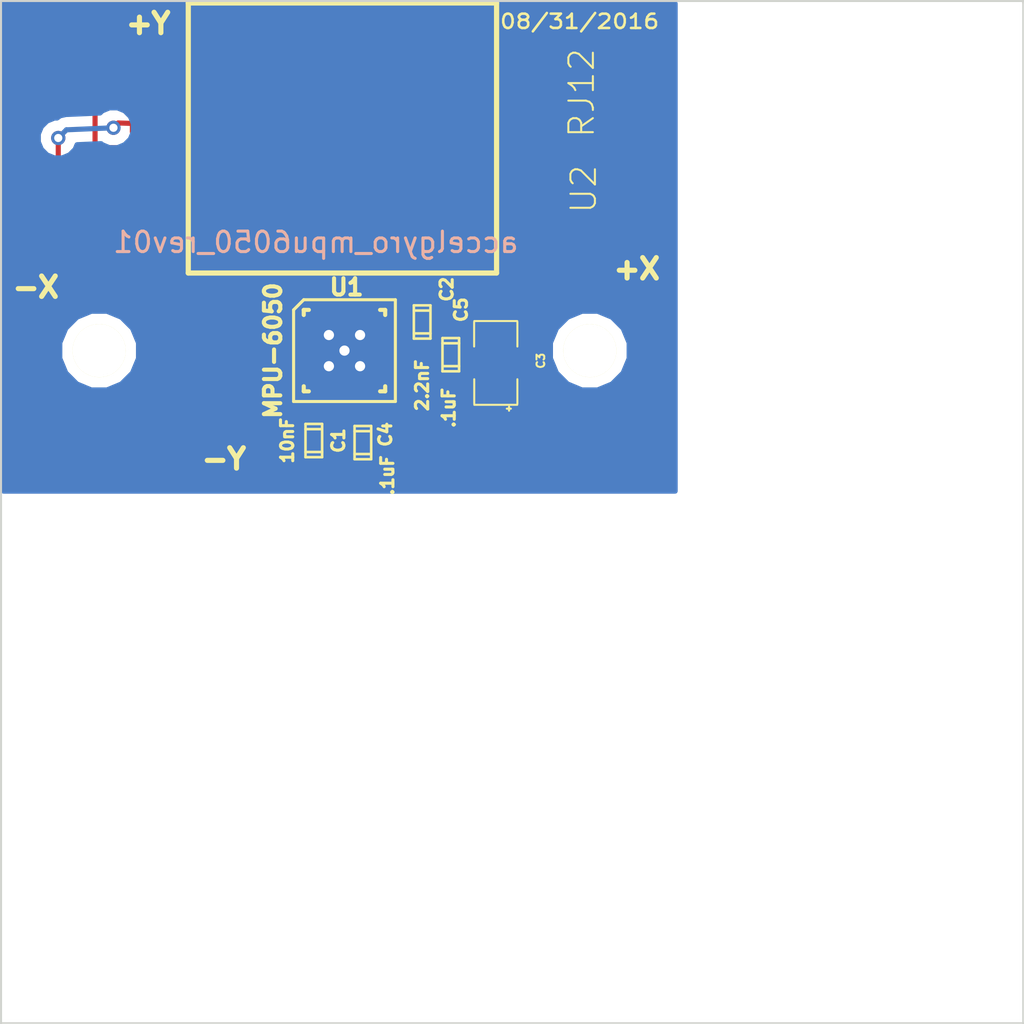
<source format=kicad_pcb>
(kicad_pcb (version 4) (host pcbnew 4.0.3+e1-6302~38~ubuntu14.04.1-stable)

  (general
    (links 26)
    (no_connects 0)
    (area 135.149999 91.817999 185.250001 141.950001)
    (thickness 1.6)
    (drawings 11)
    (tracks 80)
    (zones 0)
    (modules 9)
    (nets 8)
  )

  (page A)
  (layers
    (0 F.Cu signal)
    (31 B.Cu signal)
    (32 B.Adhes user)
    (33 F.Adhes user)
    (34 B.Paste user)
    (35 F.Paste user)
    (36 B.SilkS user)
    (37 F.SilkS user)
    (38 B.Mask user)
    (39 F.Mask user)
    (40 Dwgs.User user)
    (41 Cmts.User user)
    (42 Eco1.User user)
    (43 Eco2.User user)
    (44 Edge.Cuts user)
  )

  (setup
    (last_trace_width 0.5)
    (user_trace_width 0.1)
    (user_trace_width 0.15)
    (user_trace_width 0.2)
    (user_trace_width 0.25)
    (user_trace_width 0.3)
    (user_trace_width 0.35)
    (user_trace_width 0.4)
    (user_trace_width 0.5)
    (user_trace_width 0.6)
    (user_trace_width 0.7)
    (user_trace_width 0.8)
    (user_trace_width 1)
    (trace_clearance 0.05)
    (zone_clearance 0.5)
    (zone_45_only no)
    (trace_min 0.1)
    (segment_width 0.2)
    (edge_width 0.1)
    (via_size 0.7)
    (via_drill 0.4)
    (via_min_size 0.7)
    (via_min_drill 0.4)
    (uvia_size 0.4)
    (uvia_drill 0.127)
    (uvias_allowed no)
    (uvia_min_size 0.4)
    (uvia_min_drill 0.127)
    (pcb_text_width 0.3)
    (pcb_text_size 1.5 1.5)
    (mod_edge_width 0.15)
    (mod_text_size 1 1)
    (mod_text_width 0.15)
    (pad_size 2.60096 1.6002)
    (pad_drill 0)
    (pad_to_mask_clearance 0)
    (aux_axis_origin 0 0)
    (visible_elements 7FFFFFFF)
    (pcbplotparams
      (layerselection 0x00030_80000001)
      (usegerberextensions true)
      (excludeedgelayer true)
      (linewidth 0.150000)
      (plotframeref false)
      (viasonmask false)
      (mode 1)
      (useauxorigin false)
      (hpglpennumber 1)
      (hpglpenspeed 20)
      (hpglpendiameter 15)
      (hpglpenoverlay 2)
      (psnegative false)
      (psa4output false)
      (plotreference true)
      (plotvalue true)
      (plotinvisibletext false)
      (padsonsilk false)
      (subtractmaskfromsilk false)
      (outputformat 1)
      (mirror false)
      (drillshape 0)
      (scaleselection 1)
      (outputdirectory ""))
  )

  (net 0 "")
  (net 1 GND)
  (net 2 SCL)
  (net 3 SDA)
  (net 4 Vdd)
  (net 5 "Net-(C2-Pad1)")
  (net 6 "Net-(C4-Pad1)")
  (net 7 INT)

  (net_class Default "This is the default net class."
    (clearance 0.05)
    (trace_width 0.5)
    (via_dia 0.7)
    (via_drill 0.4)
    (uvia_dia 0.4)
    (uvia_drill 0.127)
    (add_net GND)
    (add_net INT)
    (add_net "Net-(C2-Pad1)")
    (add_net "Net-(C4-Pad1)")
    (add_net SCL)
    (add_net SDA)
    (add_net Vdd)
  )

  (module ted_connectors:TED_RJ12_855135002 (layer F.Cu) (tedit 57C7A1FE) (tstamp 539CC027)
    (at 151.9 98.6 270)
    (path /539B7C14)
    (fp_text reference U2 (at 2.5 -11.8 270) (layer F.SilkS)
      (effects (font (size 1.2 1.2) (thickness 0.09906)))
    )
    (fp_text value RJ12 (at -2.2 -11.7 270) (layer F.SilkS)
      (effects (font (size 1.2 1.2) (thickness 0.09906)))
    )
    (fp_line (start -6.605 -7.54) (end 6.605 -7.54) (layer F.SilkS) (width 0.254))
    (fp_line (start 6.605 -7.54) (end 6.605 7.54) (layer F.SilkS) (width 0.254))
    (fp_line (start 6.605 7.54) (end -6.605 7.54) (layer F.SilkS) (width 0.254))
    (fp_line (start -6.605 7.54) (end -6.605 -7.54) (layer F.SilkS) (width 0.254))
    (pad 6 smd rect (at -3.175 7.9 270) (size 0.76 5) (layers F.Cu F.Paste F.Mask)
      (net 4 Vdd) (clearance 0.2))
    (pad 4 smd rect (at -0.635 7.9 270) (size 0.76 5) (layers F.Cu F.Paste F.Mask)
      (net 7 INT) (clearance 0.2))
    (pad 2 smd rect (at 1.905 7.9 270) (size 0.76 5) (layers F.Cu F.Paste F.Mask)
      (net 3 SDA) (clearance 0.2))
    (pad 3 smd rect (at 0.635 7.9 270) (size 0.76 5) (layers F.Cu F.Paste F.Mask)
      (net 2 SCL) (clearance 0.2))
    (pad 1 smd rect (at 3.175 7.9 270) (size 0.76 5) (layers F.Cu F.Paste F.Mask)
      (net 1 GND) (clearance 0.2))
    (pad 5 smd rect (at -1.905 7.9 270) (size 0.76 5) (layers F.Cu F.Paste F.Mask)
      (clearance 0.2))
    (pad PAD smd rect (at 0 -8.15 270) (size 8.8 4.5) (layers F.Cu F.Paste F.Mask))
  )

  (module ted_holes:TED_Hole_2_6mm (layer F.Cu) (tedit 0) (tstamp 539CCC63)
    (at 140 109)
    (path /5365C78C)
    (fp_text reference H1 (at -0.05 -2.425) (layer F.SilkS) hide
      (effects (font (size 1 1) (thickness 0.15)))
    )
    (fp_text value HOLE (at 0.25 2.6) (layer F.SilkS) hide
      (effects (font (size 1 1) (thickness 0.15)))
    )
    (pad "" np_thru_hole circle (at 0 0) (size 2.6 2.6) (drill 2.6) (layers *.Cu *.Mask F.SilkS))
  )

  (module ted_holes:TED_Hole_2_6mm (layer F.Cu) (tedit 0) (tstamp 539CBF88)
    (at 164 109)
    (path /539CBE67)
    (fp_text reference H2 (at -0.05 -2.425) (layer F.SilkS) hide
      (effects (font (size 1 1) (thickness 0.15)))
    )
    (fp_text value HOLE (at 0.25 2.6) (layer F.SilkS) hide
      (effects (font (size 1 1) (thickness 0.15)))
    )
    (pad "" np_thru_hole circle (at 0 0) (size 2.6 2.6) (drill 2.6) (layers *.Cu *.Mask F.SilkS))
  )

  (module ted_capacitors:TED_SM0603_C (layer F.Cu) (tedit 5411E2B4) (tstamp 566C9EAA)
    (at 150.5 113.4 270)
    (descr "SMT capacitor, 0603")
    (path /52959381)
    (fp_text reference C1 (at 0 -1.2 270) (layer F.SilkS)
      (effects (font (size 0.6 0.6) (thickness 0.15)))
    )
    (fp_text value 10nF (at 0 1.3 270) (layer F.SilkS)
      (effects (font (size 0.6 0.6) (thickness 0.15)))
    )
    (fp_line (start 0.5588 0.4064) (end 0.5588 -0.4064) (layer F.SilkS) (width 0.127))
    (fp_line (start -0.5588 -0.381) (end -0.5588 0.4064) (layer F.SilkS) (width 0.127))
    (fp_line (start -0.8128 -0.4064) (end 0.8128 -0.4064) (layer F.SilkS) (width 0.127))
    (fp_line (start 0.8128 -0.4064) (end 0.8128 0.4064) (layer F.SilkS) (width 0.127))
    (fp_line (start 0.8128 0.4064) (end -0.8128 0.4064) (layer F.SilkS) (width 0.127))
    (fp_line (start -0.8128 0.4064) (end -0.8128 -0.4064) (layer F.SilkS) (width 0.127))
    (pad 2 smd rect (at 0.75184 0 270) (size 0.89916 1.00076) (layers F.Cu F.Paste F.Mask)
      (net 1 GND) (clearance 0.1))
    (pad 1 smd rect (at -0.75184 0 270) (size 0.89916 1.00076) (layers F.Cu F.Paste F.Mask)
      (net 4 Vdd) (clearance 0.1))
    (model smd/capacitors/c_0603.wrl
      (at (xyz 0 0 0))
      (scale (xyz 1 1 1))
      (rotate (xyz 0 0 0))
    )
  )

  (module ted_capacitors:TED_SM0603_C (layer F.Cu) (tedit 57C79D3F) (tstamp 566C9EB5)
    (at 155.8 107.6 270)
    (descr "SMT capacitor, 0603")
    (path /57C66146)
    (fp_text reference C2 (at -1.6 -1.2 270) (layer F.SilkS)
      (effects (font (size 0.6 0.6) (thickness 0.15)))
    )
    (fp_text value 2.2nF (at 3.1 0 270) (layer F.SilkS)
      (effects (font (size 0.6 0.6) (thickness 0.15)))
    )
    (fp_line (start 0.5588 0.4064) (end 0.5588 -0.4064) (layer F.SilkS) (width 0.127))
    (fp_line (start -0.5588 -0.381) (end -0.5588 0.4064) (layer F.SilkS) (width 0.127))
    (fp_line (start -0.8128 -0.4064) (end 0.8128 -0.4064) (layer F.SilkS) (width 0.127))
    (fp_line (start 0.8128 -0.4064) (end 0.8128 0.4064) (layer F.SilkS) (width 0.127))
    (fp_line (start 0.8128 0.4064) (end -0.8128 0.4064) (layer F.SilkS) (width 0.127))
    (fp_line (start -0.8128 0.4064) (end -0.8128 -0.4064) (layer F.SilkS) (width 0.127))
    (pad 2 smd rect (at 0.75184 0 270) (size 0.89916 1.00076) (layers F.Cu F.Paste F.Mask)
      (net 1 GND) (clearance 0.1))
    (pad 1 smd rect (at -0.75184 0 270) (size 0.89916 1.00076) (layers F.Cu F.Paste F.Mask)
      (net 5 "Net-(C2-Pad1)") (clearance 0.1))
    (model smd/capacitors/c_0603.wrl
      (at (xyz 0 0 0))
      (scale (xyz 1 1 1))
      (rotate (xyz 0 0 0))
    )
  )

  (module ted_capacitors:TED_SM0603_C (layer F.Cu) (tedit 57C79D75) (tstamp 566C9EC0)
    (at 152.9 113.5 270)
    (descr "SMT capacitor, 0603")
    (path /52A5541B)
    (fp_text reference C4 (at -0.4 -1.1 270) (layer F.SilkS)
      (effects (font (size 0.6 0.6) (thickness 0.15)))
    )
    (fp_text value .1uF (at 1.6 -1.2 270) (layer F.SilkS)
      (effects (font (size 0.6 0.6) (thickness 0.15)))
    )
    (fp_line (start 0.5588 0.4064) (end 0.5588 -0.4064) (layer F.SilkS) (width 0.127))
    (fp_line (start -0.5588 -0.381) (end -0.5588 0.4064) (layer F.SilkS) (width 0.127))
    (fp_line (start -0.8128 -0.4064) (end 0.8128 -0.4064) (layer F.SilkS) (width 0.127))
    (fp_line (start 0.8128 -0.4064) (end 0.8128 0.4064) (layer F.SilkS) (width 0.127))
    (fp_line (start 0.8128 0.4064) (end -0.8128 0.4064) (layer F.SilkS) (width 0.127))
    (fp_line (start -0.8128 0.4064) (end -0.8128 -0.4064) (layer F.SilkS) (width 0.127))
    (pad 2 smd rect (at 0.75184 0 270) (size 0.89916 1.00076) (layers F.Cu F.Paste F.Mask)
      (net 1 GND) (clearance 0.1))
    (pad 1 smd rect (at -0.75184 0 270) (size 0.89916 1.00076) (layers F.Cu F.Paste F.Mask)
      (net 6 "Net-(C4-Pad1)") (clearance 0.1))
    (model smd/capacitors/c_0603.wrl
      (at (xyz 0 0 0))
      (scale (xyz 1 1 1))
      (rotate (xyz 0 0 0))
    )
  )

  (module ted_capacitors:TED_SM3216_1206_ELEC_C (layer F.Cu) (tedit 57C79D2F) (tstamp 57C79B57)
    (at 159.4 109.6 90)
    (path /54A72EF7)
    (attr smd)
    (fp_text reference C3 (at 0.1 2.2 90) (layer F.SilkS)
      (effects (font (size 0.381 0.381) (thickness 0.09398)))
    )
    (fp_text value 4.7uF (at 0 1.6 90) (layer F.SilkS) hide
      (effects (font (size 0.381 0.381) (thickness 0.09398)))
    )
    (fp_line (start -2.34 0.65) (end -2.14 0.65) (layer F.SilkS) (width 0.1))
    (fp_line (start -2.24 0.54) (end -2.24 0.74) (layer F.SilkS) (width 0.1))
    (fp_line (start -0.8 1.05756) (end -2 1.05756) (layer F.SilkS) (width 0.09906))
    (fp_line (start -2.05184 1.05) (end -2.05184 -1.05) (layer F.SilkS) (width 0.09906))
    (fp_line (start -2 -1.05296) (end -0.8 -1.05296) (layer F.SilkS) (width 0.09906))
    (fp_line (start 0.8 -1.05804) (end 2 -1.05804) (layer F.SilkS) (width 0.09906))
    (fp_line (start 2.04676 -1.05) (end 2.04676 1.05) (layer F.SilkS) (width 0.09906))
    (fp_line (start 2 1.05788) (end 0.8 1.05788) (layer F.SilkS) (width 0.09906))
    (pad 1 smd rect (at -1.375 0 90) (size 1.25 2) (layers F.Cu F.Paste F.Mask)
      (net 4 Vdd))
    (pad 2 smd rect (at 1.375 0 90) (size 1.25 2) (layers F.Cu F.Paste F.Mask)
      (net 1 GND))
    (model smd/chip_cms.wrl
      (at (xyz 0 0 0))
      (scale (xyz 0.1 0.1 0.1))
      (rotate (xyz 0 0 0))
    )
  )

  (module ted_capacitors:TED_SM0603_C (layer F.Cu) (tedit 57C79D43) (tstamp 57C79B6F)
    (at 157.2 109.2 90)
    (descr "SMT capacitor, 0603")
    (path /57C65F54)
    (fp_text reference C5 (at 2.2 0.5 90) (layer F.SilkS)
      (effects (font (size 0.6 0.6) (thickness 0.15)))
    )
    (fp_text value .1uF (at -2.6 -0.1 90) (layer F.SilkS)
      (effects (font (size 0.6 0.6) (thickness 0.15)))
    )
    (fp_line (start 0.5588 0.4064) (end 0.5588 -0.4064) (layer F.SilkS) (width 0.127))
    (fp_line (start -0.5588 -0.381) (end -0.5588 0.4064) (layer F.SilkS) (width 0.127))
    (fp_line (start -0.8128 -0.4064) (end 0.8128 -0.4064) (layer F.SilkS) (width 0.127))
    (fp_line (start 0.8128 -0.4064) (end 0.8128 0.4064) (layer F.SilkS) (width 0.127))
    (fp_line (start 0.8128 0.4064) (end -0.8128 0.4064) (layer F.SilkS) (width 0.127))
    (fp_line (start -0.8128 0.4064) (end -0.8128 -0.4064) (layer F.SilkS) (width 0.127))
    (pad 2 smd rect (at 0.75184 0 90) (size 0.89916 1.00076) (layers F.Cu F.Paste F.Mask)
      (net 1 GND) (clearance 0.1))
    (pad 1 smd rect (at -0.75184 0 90) (size 0.89916 1.00076) (layers F.Cu F.Paste F.Mask)
      (net 4 Vdd) (clearance 0.1))
    (model smd/capacitors/c_0603.wrl
      (at (xyz 0 0 0))
      (scale (xyz 1 1 1))
      (rotate (xyz 0 0 0))
    )
  )

  (module ted_ICs:TED_QFN24+1_NO_PASTE (layer F.Cu) (tedit 57C79D6F) (tstamp 57C79B70)
    (at 152 109)
    (path /57C65137)
    (fp_text reference U1 (at 0.1 -3.1) (layer F.SilkS)
      (effects (font (size 0.8 0.8) (thickness 0.2)))
    )
    (fp_text value MPU-6050 (at -3.5 0 90) (layer F.SilkS)
      (effects (font (size 0.8 0.8) (thickness 0.2)))
    )
    (fp_line (start -1.99136 -2.4892) (end 2.4892 -2.4892) (layer F.SilkS) (width 0.14986))
    (fp_line (start -2.4892 -1.99136) (end -2.4892 2.4892) (layer F.SilkS) (width 0.14986))
    (fp_line (start -2.4892 -1.99136) (end -1.99136 -2.4892) (layer F.SilkS) (width 0.14986))
    (fp_line (start -1.99136 -1.74244) (end -1.99136 -1.99136) (layer F.SilkS) (width 0.20066))
    (fp_line (start -1.99136 -1.99136) (end -1.74244 -1.99136) (layer F.SilkS) (width 0.20066))
    (fp_line (start -1.74244 1.99136) (end -1.99136 1.99136) (layer F.SilkS) (width 0.20066))
    (fp_line (start -1.99136 1.99136) (end -1.99136 1.74244) (layer F.SilkS) (width 0.20066))
    (fp_line (start 1.99136 1.74244) (end 1.99136 1.99136) (layer F.SilkS) (width 0.20066))
    (fp_line (start 1.99136 1.99136) (end 1.74244 1.99136) (layer F.SilkS) (width 0.20066))
    (fp_line (start 1.74244 -1.99136) (end 1.99136 -1.99136) (layer F.SilkS) (width 0.20066))
    (fp_line (start 1.99136 -1.99136) (end 1.99136 -1.74244) (layer F.SilkS) (width 0.20066))
    (fp_line (start 2.4892 2.4892) (end -2.4892 2.4892) (layer F.SilkS) (width 0.14986))
    (fp_line (start 2.4892 -2.4892) (end 2.4892 2.4892) (layer F.SilkS) (width 0.14986))
    (pad 25 smd rect (at 0 0 270) (size 2.49936 2.49936) (layers F.Cu F.Mask)
      (net 1 GND) (zone_connect 2))
    (pad 1 smd oval (at -1.99898 -1.24968) (size 0.8001 0.24892) (layers F.Cu F.Paste F.Mask)
      (net 1 GND))
    (pad 2 smd oval (at -1.99898 -0.7493) (size 0.8001 0.24892) (layers F.Cu F.Paste F.Mask))
    (pad 3 smd oval (at -1.99898 -0.24892) (size 0.8001 0.24892) (layers F.Cu F.Paste F.Mask))
    (pad 4 smd oval (at -1.99898 0.24892) (size 0.8001 0.24892) (layers F.Cu F.Paste F.Mask))
    (pad 5 smd oval (at -1.99898 0.7493) (size 0.8001 0.24892) (layers F.Cu F.Paste F.Mask))
    (pad 6 smd oval (at -1.99898 1.24968) (size 0.8001 0.24892) (layers F.Cu F.Paste F.Mask))
    (pad 7 smd oval (at -1.24968 1.99898 90) (size 0.8001 0.24892) (layers F.Cu F.Paste F.Mask))
    (pad 8 smd oval (at -0.7493 1.99898 90) (size 0.8001 0.24892) (layers F.Cu F.Paste F.Mask)
      (net 4 Vdd))
    (pad 9 smd oval (at -0.24892 1.99898 90) (size 0.8001 0.24892) (layers F.Cu F.Paste F.Mask)
      (net 1 GND))
    (pad 10 smd oval (at 0.24892 1.99898 90) (size 0.8001 0.24892) (layers F.Cu F.Paste F.Mask)
      (net 6 "Net-(C4-Pad1)"))
    (pad 11 smd oval (at 0.7493 1.99898 90) (size 0.8001 0.24892) (layers F.Cu F.Paste F.Mask)
      (net 1 GND))
    (pad 12 smd oval (at 1.24968 1.99898 90) (size 0.8001 0.24892) (layers F.Cu F.Paste F.Mask)
      (net 7 INT))
    (pad 13 smd oval (at 1.99898 1.24968 180) (size 0.8001 0.24892) (layers F.Cu F.Paste F.Mask)
      (net 4 Vdd))
    (pad 14 smd oval (at 1.99898 0.7493 180) (size 0.8001 0.24892) (layers F.Cu F.Paste F.Mask))
    (pad 15 smd oval (at 1.99898 0.24892 180) (size 0.8001 0.24892) (layers F.Cu F.Paste F.Mask))
    (pad 16 smd oval (at 1.99898 -0.24892 180) (size 0.8001 0.24892) (layers F.Cu F.Paste F.Mask))
    (pad 17 smd oval (at 1.99898 -0.7493 180) (size 0.8001 0.24892) (layers F.Cu F.Paste F.Mask))
    (pad 18 smd oval (at 1.99898 -1.24968 180) (size 0.8001 0.24892) (layers F.Cu F.Paste F.Mask)
      (net 1 GND))
    (pad 19 smd oval (at 1.24968 -1.99898 270) (size 0.8001 0.24892) (layers F.Cu F.Paste F.Mask))
    (pad 20 smd oval (at 0.7493 -1.99898 270) (size 0.8001 0.24892) (layers F.Cu F.Paste F.Mask)
      (net 5 "Net-(C2-Pad1)"))
    (pad 21 smd oval (at 0.24892 -1.99898 270) (size 0.8001 0.24892) (layers F.Cu F.Paste F.Mask))
    (pad 22 smd oval (at -0.24892 -1.99898 270) (size 0.8001 0.24892) (layers F.Cu F.Paste F.Mask))
    (pad 23 smd oval (at -0.7493 -1.99898 270) (size 0.8001 0.24892) (layers F.Cu F.Paste F.Mask)
      (net 2 SCL))
    (pad 24 smd oval (at -1.24968 -1.99898 270) (size 0.8001 0.24892) (layers F.Cu F.Paste F.Mask)
      (net 3 SDA))
    (pad 25 thru_hole circle (at 0 0 270) (size 0.6 0.6) (drill 0.5) (layers *.Cu)
      (net 1 GND) (zone_connect 2))
    (pad 25 thru_hole circle (at 0.762 -0.762 270) (size 0.6 0.6) (drill 0.5) (layers *.Cu)
      (net 1 GND) (zone_connect 2))
    (pad 25 thru_hole circle (at -0.762 -0.762 270) (size 0.6 0.6) (drill 0.5) (layers *.Cu)
      (net 1 GND) (zone_connect 2))
    (pad 25 thru_hole circle (at 0.762 0.762 270) (size 0.6 0.6) (drill 0.5) (layers *.Cu)
      (net 1 GND) (zone_connect 2))
    (pad 25 thru_hole circle (at -0.762 0.762 270) (size 0.6 0.6) (drill 0.5) (layers *.Cu)
      (net 1 GND) (zone_connect 2))
    (pad 25 smd rect (at 0 0 270) (size 2.49936 2.49936) (layers B.Cu B.Mask)
      (net 1 GND) (zone_connect 2))
    (model smd/qfn24.wrl
      (at (xyz 0 0 0))
      (scale (xyz 1 1 1))
      (rotate (xyz 0 0 0))
    )
  )

  (gr_line (start 135.2 141.9) (end 185.2 141.9) (angle 90) (layer Edge.Cuts) (width 0.1))
  (gr_line (start 185.2 91.9) (end 185.2 141.9) (angle 90) (layer Edge.Cuts) (width 0.1))
  (gr_line (start 185.2 91.9) (end 185.2 92) (angle 90) (layer Edge.Cuts) (width 0.1))
  (gr_line (start 135.2 91.9) (end 185.2 91.9) (angle 90) (layer Edge.Cuts) (width 0.1))
  (gr_line (start 135.2 91.9) (end 135.2 141.9) (angle 90) (layer Edge.Cuts) (width 0.1))
  (gr_text 08/31/2016 (at 163.5 92.9) (layer F.SilkS)
    (effects (font (size 0.7 0.8) (thickness 0.125)))
  )
  (gr_text -X (at 136.9 105.9) (layer F.SilkS)
    (effects (font (size 1 1) (thickness 0.25)))
  )
  (gr_text -Y (at 146.1 114.3) (layer F.SilkS)
    (effects (font (size 1 1) (thickness 0.25)))
  )
  (gr_text +X (at 166.3 105) (layer F.SilkS)
    (effects (font (size 1 1) (thickness 0.25)))
  )
  (gr_text +Y (at 142.4 93) (layer F.SilkS)
    (effects (font (size 1 1) (thickness 0.25)))
  )
  (gr_text accelgyro_mpu6050_rev01 (at 150.6 103.7) (layer B.SilkS)
    (effects (font (size 1 1) (thickness 0.15)) (justify mirror))
  )

  (segment (start 150.00102 107.75032) (end 148.85032 107.75032) (width 0.25) (layer F.Cu) (net 1))
  (segment (start 144 102.9) (end 144 101.775) (width 0.25) (layer F.Cu) (net 1) (tstamp 57C7A2CD))
  (segment (start 148.85032 107.75032) (end 144 102.9) (width 0.25) (layer F.Cu) (net 1) (tstamp 57C7A2CB))
  (segment (start 152.9 114.25184) (end 151.64816 114.25184) (width 0.25) (layer F.Cu) (net 1))
  (segment (start 151.3 114.2) (end 150.5 114.15184) (width 0.25) (layer F.Cu) (net 1) (tstamp 57C7A2AA) (status 20))
  (segment (start 151.64816 114.25184) (end 151.3 114.2) (width 0.25) (layer F.Cu) (net 1) (tstamp 57C7A2A9))
  (segment (start 152.9 114.25184) (end 153.34816 114.25184) (width 0.25) (layer F.Cu) (net 1))
  (segment (start 153.34816 114.25184) (end 153.8 113.8) (width 0.25) (layer F.Cu) (net 1) (tstamp 57C7A285))
  (segment (start 152.7493 111.5493) (end 152.7493 110.99898) (width 0.25) (layer F.Cu) (net 1) (tstamp 57C7A28A))
  (segment (start 153 111.8) (end 152.7493 111.5493) (width 0.25) (layer F.Cu) (net 1) (tstamp 57C7A289))
  (segment (start 153.4 111.8) (end 153 111.8) (width 0.25) (layer F.Cu) (net 1) (tstamp 57C7A288))
  (segment (start 153.8 112.2) (end 153.4 111.8) (width 0.25) (layer F.Cu) (net 1) (tstamp 57C7A287))
  (segment (start 153.8 113.8) (end 153.8 112.2) (width 0.25) (layer F.Cu) (net 1) (tstamp 57C7A286))
  (segment (start 152.7493 110.99898) (end 152.7493 109.7493) (width 0.25) (layer F.Cu) (net 1))
  (segment (start 152.7493 109.7493) (end 152 109) (width 0.25) (layer F.Cu) (net 1) (tstamp 57C7A220))
  (segment (start 151.75108 110.99898) (end 151.75108 109.24892) (width 0.25) (layer F.Cu) (net 1))
  (segment (start 151.75108 109.24892) (end 152 109) (width 0.25) (layer F.Cu) (net 1) (tstamp 57C7A20A))
  (segment (start 157.2 108.44816) (end 159.17684 108.44816) (width 0.25) (layer F.Cu) (net 1))
  (segment (start 159.17684 108.44816) (end 159.4 108.225) (width 0.25) (layer F.Cu) (net 1) (tstamp 57C7A090))
  (segment (start 155.8 108.35184) (end 157.10368 108.35184) (width 0.25) (layer F.Cu) (net 1))
  (segment (start 157.10368 108.35184) (end 157.2 108.44816) (width 0.25) (layer F.Cu) (net 1) (tstamp 57C7A08D))
  (segment (start 153.99898 107.75032) (end 154.45032 107.75032) (width 0.25) (layer F.Cu) (net 1))
  (segment (start 155.05184 108.35184) (end 155.8 108.35184) (width 0.25) (layer F.Cu) (net 1) (tstamp 57C7A08A))
  (segment (start 154.45032 107.75032) (end 155.05184 108.35184) (width 0.25) (layer F.Cu) (net 1) (tstamp 57C7A089))
  (segment (start 153.99898 107.75032) (end 153.24968 107.75032) (width 0.25) (layer F.Cu) (net 1))
  (segment (start 153.24968 107.75032) (end 152 109) (width 0.25) (layer F.Cu) (net 1) (tstamp 57C7A086))
  (segment (start 150.00102 107.75032) (end 150.75032 107.75032) (width 0.25) (layer F.Cu) (net 1))
  (segment (start 150.75032 107.75032) (end 152 109) (width 0.25) (layer F.Cu) (net 1) (tstamp 57C7A083))
  (segment (start 144 101.775) (end 142.025 101.775) (width 0.25) (layer F.Cu) (net 1))
  (segment (start 142.025 101.775) (end 141.9 101.9) (width 0.25) (layer F.Cu) (net 1) (tstamp 57C79CA3))
  (segment (start 144 99.235) (end 146.535 99.235) (width 0.25) (layer F.Cu) (net 2))
  (segment (start 151.2507 103.9507) (end 151.2507 107.00102) (width 0.25) (layer F.Cu) (net 2) (tstamp 57C7A256))
  (segment (start 146.535 99.235) (end 151.2507 103.9507) (width 0.25) (layer F.Cu) (net 2) (tstamp 57C7A254))
  (segment (start 144 100.505) (end 146.705 100.505) (width 0.25) (layer F.Cu) (net 3))
  (segment (start 150.75032 104.55032) (end 150.75032 107.00102) (width 0.25) (layer F.Cu) (net 3) (tstamp 57C7A250))
  (segment (start 146.705 100.505) (end 150.75032 104.55032) (width 0.25) (layer F.Cu) (net 3) (tstamp 57C7A24E))
  (segment (start 159.4 110.975) (end 160.025 110.975) (width 0.25) (layer F.Cu) (net 4))
  (segment (start 160.025 110.975) (end 161 110) (width 0.25) (layer F.Cu) (net 4) (tstamp 57C7A30E))
  (segment (start 148.225 95.425) (end 144 95.425) (width 0.25) (layer F.Cu) (net 4) (tstamp 57C7A316))
  (segment (start 157.7 104.9) (end 148.225 95.425) (width 0.25) (layer F.Cu) (net 4) (tstamp 57C7A314))
  (segment (start 158.8 104.9) (end 157.7 104.9) (width 0.25) (layer F.Cu) (net 4) (tstamp 57C7A312))
  (segment (start 161 107.1) (end 158.8 104.9) (width 0.25) (layer F.Cu) (net 4) (tstamp 57C7A310))
  (segment (start 161 110) (end 161 107.1) (width 0.25) (layer F.Cu) (net 4) (tstamp 57C7A30F))
  (segment (start 159.4 110.975) (end 160.125 110.975) (width 0.25) (layer F.Cu) (net 4))
  (segment (start 159.4 110.975) (end 159.925 110.975) (width 0.25) (layer F.Cu) (net 4))
  (segment (start 144.175 95.6) (end 144 95.425) (width 0.25) (layer F.Cu) (net 4) (tstamp 57C7A2E0))
  (segment (start 150.5 112.64816) (end 149.54816 113.14816) (width 0.25) (layer F.Cu) (net 4) (status 10))
  (segment (start 140.775 95.425) (end 144 95.425) (width 0.25) (layer F.Cu) (net 4) (tstamp 57C7A2C8))
  (segment (start 139.8 96.4) (end 140.775 95.425) (width 0.25) (layer F.Cu) (net 4) (tstamp 57C7A2C7))
  (segment (start 139.8 103.4) (end 139.8 96.4) (width 0.25) (layer F.Cu) (net 4) (tstamp 57C7A2C5))
  (segment (start 149.54816 113.14816) (end 139.8 103.4) (width 0.25) (layer F.Cu) (net 4) (tstamp 57C7A2C4))
  (segment (start 159.4 110.975) (end 159.025 110.975) (width 0.25) (layer F.Cu) (net 4))
  (segment (start 157.2 109.95184) (end 157.2 110.6) (width 0.25) (layer F.Cu) (net 4))
  (segment (start 157.575 110.975) (end 159.4 110.975) (width 0.25) (layer F.Cu) (net 4) (tstamp 57C7A228))
  (segment (start 157.2 110.6) (end 157.575 110.975) (width 0.25) (layer F.Cu) (net 4) (tstamp 57C7A227))
  (segment (start 153.99898 110.24968) (end 156.90216 110.24968) (width 0.25) (layer F.Cu) (net 4))
  (segment (start 156.90216 110.24968) (end 157.2 109.95184) (width 0.25) (layer F.Cu) (net 4) (tstamp 57C7A224))
  (segment (start 151.2507 110.99898) (end 151.2507 111.7) (width 0.25) (layer F.Cu) (net 4))
  (segment (start 151.2507 111.7) (end 150.4507 112.59886) (width 0.25) (layer F.Cu) (net 4) (tstamp 57C79CB1) (status 20))
  (segment (start 150.4507 112.59886) (end 150.5 112.64816) (width 0.25) (layer F.Cu) (net 4) (tstamp 57C79CAA) (status 30))
  (segment (start 152.7493 107.00102) (end 152.7493 106.1507) (width 0.25) (layer F.Cu) (net 5))
  (segment (start 155.1 105.8) (end 155.8 106.5) (width 0.25) (layer F.Cu) (net 5) (tstamp 57C7A242))
  (segment (start 153.1 105.8) (end 155.1 105.8) (width 0.25) (layer F.Cu) (net 5) (tstamp 57C7A241))
  (segment (start 152.7493 106.1507) (end 153.1 105.8) (width 0.25) (layer F.Cu) (net 5) (tstamp 57C7A240))
  (segment (start 155.8 106.5) (end 155.8 106.84816) (width 0.25) (layer F.Cu) (net 5) (tstamp 57C7A243))
  (segment (start 152.24892 110.99898) (end 152.24892 112.09708) (width 0.25) (layer F.Cu) (net 6))
  (segment (start 152.24892 112.09708) (end 152.9 112.74816) (width 0.25) (layer F.Cu) (net 6) (tstamp 57C79CAD))
  (segment (start 153.24968 110.99898) (end 153.69898 110.99898) (width 0.25) (layer F.Cu) (net 7))
  (segment (start 140.935 97.865) (end 144 97.965) (width 0.25) (layer F.Cu) (net 7) (tstamp 57C7A337))
  (segment (start 140.7 98.1) (end 140.935 97.865) (width 0.25) (layer F.Cu) (net 7) (tstamp 57C7A336))
  (via (at 140.7 98.1) (size 0.7) (drill 0.4) (layers F.Cu B.Cu) (net 7))
  (segment (start 138.4 98.2) (end 140.7 98.1) (width 0.25) (layer B.Cu) (net 7) (tstamp 57C7A334))
  (segment (start 138 98.6) (end 138.4 98.2) (width 0.25) (layer B.Cu) (net 7) (tstamp 57C7A333))
  (via (at 138 98.6) (size 0.7) (drill 0.4) (layers F.Cu B.Cu) (net 7))
  (segment (start 138 103.5) (end 138 98.6) (width 0.25) (layer F.Cu) (net 7) (tstamp 57C7A330))
  (segment (start 150.2 115.3) (end 138 103.5) (width 0.25) (layer F.Cu) (net 7) (tstamp 57C7A32E))
  (segment (start 153.5 115.3) (end 150.2 115.3) (width 0.25) (layer F.Cu) (net 7) (tstamp 57C7A32C))
  (segment (start 154.8 114.2) (end 153.5 115.3) (width 0.25) (layer F.Cu) (net 7) (tstamp 57C7A32A))
  (segment (start 154.8 112.1) (end 154.8 114.2) (width 0.25) (layer F.Cu) (net 7) (tstamp 57C7A328))
  (segment (start 153.69898 110.99898) (end 154.8 112.1) (width 0.25) (layer F.Cu) (net 7) (tstamp 57C7A327))

  (zone (net 1) (net_name GND) (layer B.Cu) (tstamp 539B87D1) (hatch edge 0.508)
    (connect_pads (clearance 0.5))
    (min_thickness 0.254)
    (fill yes (arc_segments 16) (thermal_gap 0.508) (thermal_bridge_width 0.508))
    (polygon
      (pts
        (xy 135.2 91.9) (xy 168.3 91.9) (xy 168.3 116) (xy 135.2 116)
      )
    )
    (filled_polygon
      (pts
        (xy 168.173 115.873) (xy 135.327 115.873) (xy 135.327 109.381622) (xy 138.072666 109.381622) (xy 138.365416 110.090132)
        (xy 138.907017 110.632678) (xy 139.615014 110.926665) (xy 140.381622 110.927334) (xy 141.090132 110.634584) (xy 141.632678 110.092983)
        (xy 141.926665 109.384986) (xy 141.926667 109.381622) (xy 162.072666 109.381622) (xy 162.365416 110.090132) (xy 162.907017 110.632678)
        (xy 163.615014 110.926665) (xy 164.381622 110.927334) (xy 165.090132 110.634584) (xy 165.632678 110.092983) (xy 165.926665 109.384986)
        (xy 165.927334 108.618378) (xy 165.634584 107.909868) (xy 165.092983 107.367322) (xy 164.384986 107.073335) (xy 163.618378 107.072666)
        (xy 162.909868 107.365416) (xy 162.367322 107.907017) (xy 162.073335 108.615014) (xy 162.072666 109.381622) (xy 141.926667 109.381622)
        (xy 141.927334 108.618378) (xy 141.634584 107.909868) (xy 141.092983 107.367322) (xy 140.384986 107.073335) (xy 139.618378 107.072666)
        (xy 138.909868 107.365416) (xy 138.367322 107.907017) (xy 138.073335 108.615014) (xy 138.072666 109.381622) (xy 135.327 109.381622)
        (xy 135.327 98.793485) (xy 137.02283 98.793485) (xy 137.171256 99.152703) (xy 137.445851 99.427778) (xy 137.80481 99.57683)
        (xy 138.193485 99.57717) (xy 138.552703 99.428744) (xy 138.827778 99.154149) (xy 138.920825 98.930066) (xy 140.097082 98.878924)
        (xy 140.145851 98.927778) (xy 140.50481 99.07683) (xy 140.893485 99.07717) (xy 141.252703 98.928744) (xy 141.527778 98.654149)
        (xy 141.67683 98.29519) (xy 141.67717 97.906515) (xy 141.528744 97.547297) (xy 141.254149 97.272222) (xy 140.89519 97.12317)
        (xy 140.506515 97.12283) (xy 140.147297 97.271256) (xy 140.042493 97.375877) (xy 138.367335 97.44871) (xy 138.240383 97.47975)
        (xy 138.112222 97.505243) (xy 138.098429 97.514459) (xy 138.082315 97.518399) (xy 137.976913 97.595653) (xy 137.93607 97.622943)
        (xy 137.806515 97.62283) (xy 137.447297 97.771256) (xy 137.172222 98.045851) (xy 137.02317 98.40481) (xy 137.02283 98.793485)
        (xy 135.327 98.793485) (xy 135.327 92.027) (xy 168.173 92.027)
      )
    )
  )
  (zone (net 1) (net_name GND) (layer F.Cu) (tstamp 57C7A2E7) (hatch edge 0.508)
    (connect_pads (clearance 0.5))
    (min_thickness 0.254)
    (fill yes (arc_segments 16) (thermal_gap 0.508) (thermal_bridge_width 0.508))
    (polygon
      (pts
        (xy 135.2 91.9) (xy 135.2 116) (xy 168.3 116) (xy 168.3 91.9)
      )
    )
    (filled_polygon
      (pts
        (xy 151.717176 112.628824) (xy 151.760337 112.671985) (xy 151.760337 113.19774) (xy 151.804057 113.430092) (xy 151.842021 113.489089)
        (xy 151.76462 113.675951) (xy 151.76462 113.96609) (xy 151.92337 114.12484) (xy 152.773 114.12484) (xy 152.773 114.10484)
        (xy 153.027 114.10484) (xy 153.027 114.12484) (xy 153.047 114.12484) (xy 153.047 114.37884) (xy 153.027 114.37884)
        (xy 153.027 114.39884) (xy 152.773 114.39884) (xy 152.773 114.37884) (xy 151.92337 114.37884) (xy 151.76462 114.53759)
        (xy 151.76462 114.548) (xy 151.63538 114.548) (xy 151.63538 114.43759) (xy 151.47663 114.27884) (xy 150.627 114.27884)
        (xy 150.627 114.29884) (xy 150.373 114.29884) (xy 150.373 114.27884) (xy 150.353 114.27884) (xy 150.353 114.02484)
        (xy 150.373 114.02484) (xy 150.373 114.00484) (xy 150.627 114.00484) (xy 150.627 114.02484) (xy 151.47663 114.02484)
        (xy 151.63538 113.86609) (xy 151.63538 113.575951) (xy 151.558805 113.391083) (xy 151.589297 113.346457) (xy 151.639663 113.09774)
        (xy 151.639663 112.512818)
      )
    )
    (filled_polygon
      (pts
        (xy 140.860717 99.077141) (xy 140.860717 99.615) (xy 140.904437 99.847352) (xy 140.917248 99.867261) (xy 140.911083 99.876283)
        (xy 140.860717 100.125) (xy 140.860717 100.885) (xy 140.904437 101.117352) (xy 140.918582 101.139333) (xy 140.865 101.268691)
        (xy 140.865 101.48925) (xy 141.02375 101.648) (xy 143.873 101.648) (xy 143.873 101.628) (xy 144.127 101.628)
        (xy 144.127 101.648) (xy 144.147 101.648) (xy 144.147 101.902) (xy 144.127 101.902) (xy 144.127 102.63125)
        (xy 144.28575 102.79) (xy 146.62631 102.79) (xy 146.859699 102.693327) (xy 147.038327 102.514698) (xy 147.135 102.281309)
        (xy 147.135 102.06075) (xy 146.976252 101.902002) (xy 147.038514 101.902002) (xy 149.99832 104.861809) (xy 149.99832 106.99086)
        (xy 149.59843 106.99086) (xy 149.317465 107.097271) (xy 149.098608 107.303103) (xy 148.987578 107.57045) (xy 149.127952 107.68809)
        (xy 149.220713 107.68809) (xy 149.173947 107.719338) (xy 149.090937 107.84357) (xy 148.987578 107.93019) (xy 149.007879 107.979072)
        (xy 148.953849 108.2507) (xy 149.003615 108.50089) (xy 148.953849 108.75108) (xy 149.003362 109) (xy 148.953849 109.24892)
        (xy 149.003615 109.49911) (xy 148.953849 109.7493) (xy 149.003615 109.99949) (xy 148.953849 110.24968) (xy 149.01105 110.537251)
        (xy 149.173947 110.781042) (xy 149.417738 110.943939) (xy 149.705309 111.00114) (xy 149.99886 111.00114) (xy 149.99886 111.294691)
        (xy 150.051493 111.559297) (xy 149.99962 111.559297) (xy 149.767268 111.603017) (xy 149.553867 111.740337) (xy 149.411778 111.94829)
        (xy 140.552 103.088512) (xy 140.552 102.06075) (xy 140.865 102.06075) (xy 140.865 102.281309) (xy 140.961673 102.514698)
        (xy 141.140301 102.693327) (xy 141.37369 102.79) (xy 143.71425 102.79) (xy 143.873 102.63125) (xy 143.873 101.902)
        (xy 141.02375 101.902) (xy 140.865 102.06075) (xy 140.552 102.06075) (xy 140.552 99.076871)
      )
    )
    (filled_polygon
      (pts
        (xy 153.001894 107.998904) (xy 152.951809 108.2507) (xy 153.001575 108.50089) (xy 152.951809 108.75108) (xy 153.001322 109)
        (xy 152.951809 109.24892) (xy 153.001575 109.49911) (xy 152.951809 109.7493) (xy 153.001575 109.99949) (xy 153.001229 110.001229)
        (xy 152.978052 110.005839) (xy 152.92917 109.985538) (xy 152.84255 110.088897) (xy 152.7493 110.151205) (xy 152.65605 110.088897)
        (xy 152.56943 109.985538) (xy 152.520548 110.005839) (xy 152.24892 109.951809) (xy 151.979009 110.005497) (xy 151.93095 109.985538)
        (xy 151.847562 110.08504) (xy 151.74981 110.150357) (xy 151.65783 110.088897) (xy 151.57121 109.985538) (xy 151.522328 110.005839)
        (xy 151.2507 109.951809) (xy 151.00051 110.001575) (xy 150.998771 110.001229) (xy 150.998425 109.99949) (xy 151.048191 109.7493)
        (xy 150.998425 109.49911) (xy 151.048191 109.24892) (xy 150.998678 109) (xy 151.048191 108.75108) (xy 150.998425 108.50089)
        (xy 151.048191 108.2507) (xy 150.998106 107.998904) (xy 151.00051 107.998425) (xy 151.2507 108.048191) (xy 151.50089 107.998425)
        (xy 151.75108 108.048191) (xy 152 107.998678) (xy 152.24892 108.048191) (xy 152.49911 107.998425) (xy 152.7493 108.048191)
        (xy 152.99949 107.998425)
      )
    )
    (filled_polygon
      (pts
        (xy 157.168256 105.431745) (xy 157.412223 105.594758) (xy 157.7 105.652) (xy 158.488512 105.652) (xy 159.801512 106.965)
        (xy 159.68575 106.965) (xy 159.527 107.12375) (xy 159.527 108.098) (xy 159.547 108.098) (xy 159.547 108.352)
        (xy 159.527 108.352) (xy 159.527 109.32625) (xy 159.68575 109.485) (xy 160.248 109.485) (xy 160.248 109.688512)
        (xy 160.225795 109.710717) (xy 158.4 109.710717) (xy 158.339663 109.72207) (xy 158.339663 109.50226) (xy 158.336415 109.485)
        (xy 159.11425 109.485) (xy 159.273 109.32625) (xy 159.273 108.352) (xy 159.253 108.352) (xy 159.253 108.098)
        (xy 159.273 108.098) (xy 159.273 107.12375) (xy 159.11425 106.965) (xy 158.27369 106.965) (xy 158.040301 107.061673)
        (xy 157.861673 107.240302) (xy 157.81061 107.36358) (xy 157.48575 107.36358) (xy 157.327 107.52233) (xy 157.327 108.32116)
        (xy 157.347 108.32116) (xy 157.347 108.57516) (xy 157.327 108.57516) (xy 157.327 108.59516) (xy 157.073 108.59516)
        (xy 157.073 108.57516) (xy 156.87295 108.57516) (xy 156.77663 108.47884) (xy 155.927 108.47884) (xy 155.927 109.27767)
        (xy 156.075704 109.426374) (xy 156.061264 109.49768) (xy 154.99667 109.49768) (xy 155.021374 109.373486) (xy 155.17331 109.43642)
        (xy 155.51425 109.43642) (xy 155.673 109.27767) (xy 155.673 108.47884) (xy 155.653 108.47884) (xy 155.653 108.22484)
        (xy 155.673 108.22484) (xy 155.673 108.20484) (xy 155.927 108.20484) (xy 155.927 108.22484) (xy 156.12705 108.22484)
        (xy 156.22337 108.32116) (xy 157.073 108.32116) (xy 157.073 107.52233) (xy 156.924296 107.373626) (xy 156.939663 107.29774)
        (xy 156.939663 106.39858) (xy 156.895943 106.166228) (xy 156.758623 105.952827) (xy 156.549097 105.809663) (xy 156.30038 105.759297)
        (xy 156.122786 105.759297) (xy 155.631744 105.268256) (xy 155.387778 105.105243) (xy 155.1 105.048) (xy 153.1 105.048)
        (xy 152.812222 105.105243) (xy 152.714503 105.170536) (xy 152.568256 105.268255) (xy 152.217556 105.618956) (xy 152.054543 105.862922)
        (xy 152.027704 105.997851) (xy 152.0027 106.002825) (xy 152.0027 103.9507) (xy 151.945457 103.662922) (xy 151.782444 103.418956)
        (xy 147.120925 98.757437) (xy 147.095563 98.622648) (xy 147.082752 98.602739) (xy 147.088917 98.593717) (xy 147.139283 98.345)
        (xy 147.139283 97.585) (xy 147.095563 97.352648) (xy 147.082752 97.332739) (xy 147.088917 97.323717) (xy 147.139283 97.075)
        (xy 147.139283 96.315) (xy 147.113317 96.177) (xy 147.913512 96.177)
      )
    )
  )
)

</source>
